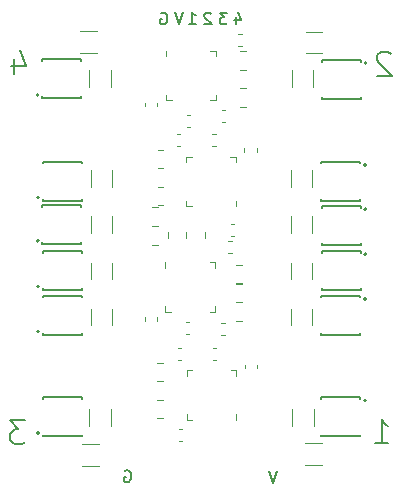
<source format=gbr>
%TF.GenerationSoftware,KiCad,Pcbnew,7.0.2*%
%TF.CreationDate,2023-05-24T20:20:14+03:00*%
%TF.ProjectId,Slimmeri_GD32,536c696d-6d65-4726-995f-474433322e6b,rev?*%
%TF.SameCoordinates,Original*%
%TF.FileFunction,Legend,Bot*%
%TF.FilePolarity,Positive*%
%FSLAX46Y46*%
G04 Gerber Fmt 4.6, Leading zero omitted, Abs format (unit mm)*
G04 Created by KiCad (PCBNEW 7.0.2) date 2023-05-24 20:20:14*
%MOMM*%
%LPD*%
G01*
G04 APERTURE LIST*
%ADD10C,0.150000*%
%ADD11C,0.120000*%
%ADD12C,0.200000*%
%ADD13C,0.127000*%
G04 APERTURE END LIST*
D10*
X119666666Y-58971904D02*
X119666666Y-60305238D01*
X120142857Y-58210000D02*
X120619047Y-59638571D01*
X120619047Y-59638571D02*
X119380952Y-59638571D01*
X150176190Y-91505238D02*
X151319047Y-91505238D01*
X150747619Y-91505238D02*
X150747619Y-89505238D01*
X150747619Y-89505238D02*
X150938095Y-89790952D01*
X150938095Y-89790952D02*
X151128571Y-89981428D01*
X151128571Y-89981428D02*
X151319047Y-90076666D01*
X151519047Y-58595714D02*
X151423809Y-58500476D01*
X151423809Y-58500476D02*
X151233333Y-58405238D01*
X151233333Y-58405238D02*
X150757142Y-58405238D01*
X150757142Y-58405238D02*
X150566666Y-58500476D01*
X150566666Y-58500476D02*
X150471428Y-58595714D01*
X150471428Y-58595714D02*
X150376190Y-58786190D01*
X150376190Y-58786190D02*
X150376190Y-58976666D01*
X150376190Y-58976666D02*
X150471428Y-59262380D01*
X150471428Y-59262380D02*
X151614285Y-60405238D01*
X151614285Y-60405238D02*
X150376190Y-60405238D01*
X120564285Y-89605238D02*
X119326190Y-89605238D01*
X119326190Y-89605238D02*
X119992857Y-90367142D01*
X119992857Y-90367142D02*
X119707142Y-90367142D01*
X119707142Y-90367142D02*
X119516666Y-90462380D01*
X119516666Y-90462380D02*
X119421428Y-90557619D01*
X119421428Y-90557619D02*
X119326190Y-90748095D01*
X119326190Y-90748095D02*
X119326190Y-91224285D01*
X119326190Y-91224285D02*
X119421428Y-91414761D01*
X119421428Y-91414761D02*
X119516666Y-91510000D01*
X119516666Y-91510000D02*
X119707142Y-91605238D01*
X119707142Y-91605238D02*
X120278571Y-91605238D01*
X120278571Y-91605238D02*
X120469047Y-91510000D01*
X120469047Y-91510000D02*
X120564285Y-91414761D01*
X128988095Y-93875238D02*
X129083333Y-93827619D01*
X129083333Y-93827619D02*
X129226190Y-93827619D01*
X129226190Y-93827619D02*
X129369047Y-93875238D01*
X129369047Y-93875238D02*
X129464285Y-93970476D01*
X129464285Y-93970476D02*
X129511904Y-94065714D01*
X129511904Y-94065714D02*
X129559523Y-94256190D01*
X129559523Y-94256190D02*
X129559523Y-94399047D01*
X129559523Y-94399047D02*
X129511904Y-94589523D01*
X129511904Y-94589523D02*
X129464285Y-94684761D01*
X129464285Y-94684761D02*
X129369047Y-94780000D01*
X129369047Y-94780000D02*
X129226190Y-94827619D01*
X129226190Y-94827619D02*
X129130952Y-94827619D01*
X129130952Y-94827619D02*
X128988095Y-94780000D01*
X128988095Y-94780000D02*
X128940476Y-94732380D01*
X128940476Y-94732380D02*
X128940476Y-94399047D01*
X128940476Y-94399047D02*
X129130952Y-94399047D01*
X141904761Y-93927619D02*
X141571428Y-94927619D01*
X141571428Y-94927619D02*
X141238095Y-93927619D01*
X138383333Y-55410952D02*
X138383333Y-56077619D01*
X138621428Y-55030000D02*
X138859523Y-55744285D01*
X138859523Y-55744285D02*
X138240476Y-55744285D01*
X137657142Y-55077619D02*
X137038095Y-55077619D01*
X137038095Y-55077619D02*
X137371428Y-55458571D01*
X137371428Y-55458571D02*
X137228571Y-55458571D01*
X137228571Y-55458571D02*
X137133333Y-55506190D01*
X137133333Y-55506190D02*
X137085714Y-55553809D01*
X137085714Y-55553809D02*
X137038095Y-55649047D01*
X137038095Y-55649047D02*
X137038095Y-55887142D01*
X137038095Y-55887142D02*
X137085714Y-55982380D01*
X137085714Y-55982380D02*
X137133333Y-56030000D01*
X137133333Y-56030000D02*
X137228571Y-56077619D01*
X137228571Y-56077619D02*
X137514285Y-56077619D01*
X137514285Y-56077619D02*
X137609523Y-56030000D01*
X137609523Y-56030000D02*
X137657142Y-55982380D01*
X136309523Y-55172857D02*
X136261904Y-55125238D01*
X136261904Y-55125238D02*
X136166666Y-55077619D01*
X136166666Y-55077619D02*
X135928571Y-55077619D01*
X135928571Y-55077619D02*
X135833333Y-55125238D01*
X135833333Y-55125238D02*
X135785714Y-55172857D01*
X135785714Y-55172857D02*
X135738095Y-55268095D01*
X135738095Y-55268095D02*
X135738095Y-55363333D01*
X135738095Y-55363333D02*
X135785714Y-55506190D01*
X135785714Y-55506190D02*
X136357142Y-56077619D01*
X136357142Y-56077619D02*
X135738095Y-56077619D01*
X134438095Y-56027619D02*
X135009523Y-56027619D01*
X134723809Y-56027619D02*
X134723809Y-55027619D01*
X134723809Y-55027619D02*
X134819047Y-55170476D01*
X134819047Y-55170476D02*
X134914285Y-55265714D01*
X134914285Y-55265714D02*
X135009523Y-55313333D01*
X133954761Y-55027619D02*
X133621428Y-56027619D01*
X133621428Y-56027619D02*
X133288095Y-55027619D01*
X132038095Y-55125238D02*
X132133333Y-55077619D01*
X132133333Y-55077619D02*
X132276190Y-55077619D01*
X132276190Y-55077619D02*
X132419047Y-55125238D01*
X132419047Y-55125238D02*
X132514285Y-55220476D01*
X132514285Y-55220476D02*
X132561904Y-55315714D01*
X132561904Y-55315714D02*
X132609523Y-55506190D01*
X132609523Y-55506190D02*
X132609523Y-55649047D01*
X132609523Y-55649047D02*
X132561904Y-55839523D01*
X132561904Y-55839523D02*
X132514285Y-55934761D01*
X132514285Y-55934761D02*
X132419047Y-56030000D01*
X132419047Y-56030000D02*
X132276190Y-56077619D01*
X132276190Y-56077619D02*
X132180952Y-56077619D01*
X132180952Y-56077619D02*
X132038095Y-56030000D01*
X132038095Y-56030000D02*
X131990476Y-55982380D01*
X131990476Y-55982380D02*
X131990476Y-55649047D01*
X131990476Y-55649047D02*
X132180952Y-55649047D01*
D11*
%TO.C,RN16*%
X131350000Y-74730000D02*
X131850000Y-74730000D01*
X131350000Y-73170000D02*
X131850000Y-73170000D01*
%TO.C,RN15*%
X131350000Y-73130000D02*
X131850000Y-73130000D01*
X131350000Y-71570000D02*
X131850000Y-71570000D01*
%TO.C,RN13*%
X135780000Y-74175000D02*
X135780000Y-73675000D01*
X134220000Y-74175000D02*
X134220000Y-73675000D01*
%TO.C,RN12*%
X134205000Y-74175000D02*
X134205000Y-73675000D01*
X132645000Y-74175000D02*
X132645000Y-73675000D01*
%TO.C,RN17*%
X138750000Y-63055000D02*
X139250000Y-63055000D01*
X138750000Y-61495000D02*
X139250000Y-61495000D01*
%TO.C,C12*%
X136409420Y-66385000D02*
X136690580Y-66385000D01*
X136409420Y-65365000D02*
X136690580Y-65365000D01*
%TO.C,C45*%
X144885000Y-77661252D02*
X144885000Y-76238748D01*
X143065000Y-77661252D02*
X143065000Y-76238748D01*
%TO.C,RN11*%
X132275000Y-71405000D02*
X131775000Y-71405000D01*
X132275000Y-69845000D02*
X131775000Y-69845000D01*
%TO.C,C11*%
X133865580Y-90315000D02*
X133584420Y-90315000D01*
X133865580Y-91335000D02*
X133584420Y-91335000D01*
D12*
%TO.C,Q15*%
X149437500Y-67975000D02*
G75*
G03*
X149437500Y-67975000I-100000J0D01*
G01*
D13*
X145637500Y-71000000D02*
X148937500Y-71000000D01*
X148937500Y-71000000D02*
X148937500Y-70855000D01*
X145637500Y-70855000D02*
X145637500Y-71000000D01*
X148937500Y-67845000D02*
X148937500Y-67700000D01*
X145637500Y-67700000D02*
X145637500Y-67845000D01*
X148937500Y-67700000D02*
X145637500Y-67700000D01*
D11*
%TO.C,C26*%
X131709503Y-81165580D02*
X131709503Y-80884420D01*
X130689503Y-81165580D02*
X130689503Y-80884420D01*
%TO.C,C21*%
X137515580Y-63315000D02*
X137234420Y-63315000D01*
X137515580Y-64335000D02*
X137234420Y-64335000D01*
%TO.C,U2*%
X138460000Y-85340000D02*
X137985000Y-85340000D01*
X134240000Y-85340000D02*
X134715000Y-85340000D01*
X138460000Y-85815000D02*
X138460000Y-85340000D01*
X134240000Y-85815000D02*
X134240000Y-85340000D01*
X138460000Y-89085000D02*
X138460000Y-89560000D01*
X134240000Y-89085000D02*
X134240000Y-89560000D01*
X134240000Y-89560000D02*
X134715000Y-89560000D01*
%TO.C,U8*%
X132440000Y-80435000D02*
X132915000Y-80435000D01*
X136660000Y-80435000D02*
X136185000Y-80435000D01*
X132440000Y-79960000D02*
X132440000Y-80435000D01*
X136660000Y-79960000D02*
X136660000Y-80435000D01*
X132440000Y-76690000D02*
X132440000Y-76215000D01*
X136660000Y-76690000D02*
X136660000Y-76215000D01*
X136660000Y-76215000D02*
X136185000Y-76215000D01*
%TO.C,RN3*%
X132200000Y-89430000D02*
X131700000Y-89430000D01*
X132200000Y-87870000D02*
X131700000Y-87870000D01*
%TO.C,C28*%
X137465083Y-81390000D02*
X137183923Y-81390000D01*
X137465083Y-82410000D02*
X137183923Y-82410000D01*
D12*
%TO.C,Q21*%
X149450000Y-79325000D02*
G75*
G03*
X149450000Y-79325000I-100000J0D01*
G01*
D13*
X145650000Y-82350000D02*
X148950000Y-82350000D01*
X148950000Y-82350000D02*
X148950000Y-82205000D01*
X145650000Y-82205000D02*
X145650000Y-82350000D01*
X148950000Y-79195000D02*
X148950000Y-79050000D01*
X145650000Y-79050000D02*
X145650000Y-79195000D01*
X148950000Y-79050000D02*
X145650000Y-79050000D01*
D12*
%TO.C,Q23*%
X149462500Y-75525000D02*
G75*
G03*
X149462500Y-75525000I-100000J0D01*
G01*
D13*
X145662500Y-78550000D02*
X148962500Y-78550000D01*
X148962500Y-78550000D02*
X148962500Y-78405000D01*
X145662500Y-78405000D02*
X145662500Y-78550000D01*
X148962500Y-75395000D02*
X148962500Y-75250000D01*
X145662500Y-75250000D02*
X145662500Y-75395000D01*
X148962500Y-75250000D02*
X145662500Y-75250000D01*
D11*
%TO.C,C37*%
X125238748Y-58460000D02*
X126661252Y-58460000D01*
X125238748Y-56640000D02*
X126661252Y-56640000D01*
%TO.C,C67*%
X125363748Y-93435000D02*
X126786252Y-93435000D01*
X125363748Y-91615000D02*
X126786252Y-91615000D01*
D12*
%TO.C,Q13*%
X149462500Y-71725000D02*
G75*
G03*
X149462500Y-71725000I-100000J0D01*
G01*
D13*
X145662500Y-74750000D02*
X148962500Y-74750000D01*
X148962500Y-74750000D02*
X148962500Y-74605000D01*
X145662500Y-74605000D02*
X145662500Y-74750000D01*
X148962500Y-71595000D02*
X148962500Y-71450000D01*
X145662500Y-71450000D02*
X145662500Y-71595000D01*
X148962500Y-71450000D02*
X145662500Y-71450000D01*
D12*
%TO.C,Q3*%
X121750000Y-82075000D02*
G75*
G03*
X121750000Y-82075000I-100000J0D01*
G01*
D13*
X125350000Y-79050000D02*
X122050000Y-79050000D01*
X122050000Y-79050000D02*
X122050000Y-79195000D01*
X125350000Y-79195000D02*
X125350000Y-79050000D01*
X122050000Y-82205000D02*
X122050000Y-82350000D01*
X125350000Y-82350000D02*
X125350000Y-82205000D01*
X122050000Y-82350000D02*
X125350000Y-82350000D01*
D11*
%TO.C,C24*%
X137759420Y-75460000D02*
X138040580Y-75460000D01*
X137759420Y-74440000D02*
X138040580Y-74440000D01*
%TO.C,C65*%
X125990000Y-88613748D02*
X125990000Y-90036252D01*
X127810000Y-88613748D02*
X127810000Y-90036252D01*
%TO.C,C61*%
X126115000Y-72338748D02*
X126115000Y-73761252D01*
X127935000Y-72338748D02*
X127935000Y-73761252D01*
%TO.C,C69*%
X144960000Y-61361252D02*
X144960000Y-59938748D01*
X143140000Y-61361252D02*
X143140000Y-59938748D01*
D12*
%TO.C,Q11*%
X121737500Y-74400000D02*
G75*
G03*
X121737500Y-74400000I-100000J0D01*
G01*
D13*
X125337500Y-71375000D02*
X122037500Y-71375000D01*
X122037500Y-71375000D02*
X122037500Y-71520000D01*
X125337500Y-71520000D02*
X125337500Y-71375000D01*
X122037500Y-74530000D02*
X122037500Y-74675000D01*
X125337500Y-74675000D02*
X125337500Y-74530000D01*
X122037500Y-74675000D02*
X125337500Y-74675000D01*
D11*
%TO.C,C60*%
X126115000Y-80138748D02*
X126115000Y-81561252D01*
X127935000Y-80138748D02*
X127935000Y-81561252D01*
%TO.C,C54*%
X143165000Y-88613748D02*
X143165000Y-90036252D01*
X144985000Y-88613748D02*
X144985000Y-90036252D01*
D12*
%TO.C,Q9*%
X121750000Y-70725000D02*
G75*
G03*
X121750000Y-70725000I-100000J0D01*
G01*
D13*
X125350000Y-67700000D02*
X122050000Y-67700000D01*
X122050000Y-67700000D02*
X122050000Y-67845000D01*
X125350000Y-67845000D02*
X125350000Y-67700000D01*
X122050000Y-70855000D02*
X122050000Y-71000000D01*
X125350000Y-71000000D02*
X125350000Y-70855000D01*
X122050000Y-71000000D02*
X125350000Y-71000000D01*
D11*
%TO.C,C3*%
X139190000Y-84909420D02*
X139190000Y-85190580D01*
X140210000Y-84909420D02*
X140210000Y-85190580D01*
%TO.C,C20*%
X134540580Y-63765000D02*
X134259420Y-63765000D01*
X134540580Y-64785000D02*
X134259420Y-64785000D01*
%TO.C,RN25*%
X138424503Y-79595000D02*
X138924503Y-79595000D01*
X138424503Y-81155000D02*
X138924503Y-81155000D01*
%TO.C,RN10*%
X132275000Y-69830000D02*
X131775000Y-69830000D01*
X132275000Y-68270000D02*
X131775000Y-68270000D01*
%TO.C,C2*%
X136459420Y-84510000D02*
X136740580Y-84510000D01*
X136459420Y-83490000D02*
X136740580Y-83490000D01*
%TO.C,C62*%
X127935000Y-69861252D02*
X127935000Y-68438748D01*
X126115000Y-69861252D02*
X126115000Y-68438748D01*
%TO.C,C10*%
X133484420Y-84485000D02*
X133765580Y-84485000D01*
X133484420Y-83465000D02*
X133765580Y-83465000D01*
D12*
%TO.C,Q2*%
X121750000Y-78275000D02*
G75*
G03*
X121750000Y-78275000I-100000J0D01*
G01*
D13*
X125350000Y-75250000D02*
X122050000Y-75250000D01*
X122050000Y-75250000D02*
X122050000Y-75395000D01*
X125350000Y-75395000D02*
X125350000Y-75250000D01*
X122050000Y-78405000D02*
X122050000Y-78550000D01*
X125350000Y-78550000D02*
X125350000Y-78405000D01*
X122050000Y-78550000D02*
X125350000Y-78550000D01*
D11*
%TO.C,RN9*%
X132275000Y-68255000D02*
X131775000Y-68255000D01*
X132275000Y-66695000D02*
X131775000Y-66695000D01*
D12*
%TO.C,Q5*%
X121750000Y-90675000D02*
G75*
G03*
X121750000Y-90675000I-100000J0D01*
G01*
D13*
X125350000Y-87650000D02*
X122050000Y-87650000D01*
X122050000Y-87650000D02*
X122050000Y-87795000D01*
X125350000Y-87795000D02*
X125350000Y-87650000D01*
X122050000Y-90805000D02*
X122050000Y-90950000D01*
X125350000Y-90950000D02*
X125350000Y-90805000D01*
X122050000Y-90950000D02*
X125350000Y-90950000D01*
D11*
%TO.C,C19*%
X131760000Y-62990580D02*
X131760000Y-62709420D01*
X130740000Y-62990580D02*
X130740000Y-62709420D01*
%TO.C,C9*%
X139140000Y-66559420D02*
X139140000Y-66840580D01*
X140160000Y-66559420D02*
X140160000Y-66840580D01*
%TO.C,C27*%
X134465083Y-81265000D02*
X134183923Y-81265000D01*
X134465083Y-82285000D02*
X134183923Y-82285000D01*
%TO.C,C39*%
X127835000Y-61386252D02*
X127835000Y-59963748D01*
X126015000Y-61386252D02*
X126015000Y-59963748D01*
%TO.C,C14*%
X133409420Y-66385000D02*
X133690580Y-66385000D01*
X133409420Y-65365000D02*
X133690580Y-65365000D01*
%TO.C,C7*%
X138009420Y-73985000D02*
X138290580Y-73985000D01*
X138009420Y-72965000D02*
X138290580Y-72965000D01*
%TO.C,RN18*%
X138750000Y-59920000D02*
X139250000Y-59920000D01*
X138750000Y-61480000D02*
X139250000Y-61480000D01*
%TO.C,C59*%
X127935000Y-77661252D02*
X127935000Y-76238748D01*
X126115000Y-77661252D02*
X126115000Y-76238748D01*
%TO.C,RN2*%
X132200000Y-87855000D02*
X131700000Y-87855000D01*
X132200000Y-86295000D02*
X131700000Y-86295000D01*
%TO.C,RN27*%
X138424503Y-76445000D02*
X138924503Y-76445000D01*
X138424503Y-78005000D02*
X138924503Y-78005000D01*
%TO.C,RN26*%
X138424503Y-78020000D02*
X138924503Y-78020000D01*
X138424503Y-79580000D02*
X138924503Y-79580000D01*
%TO.C,C70*%
X145736252Y-56690000D02*
X144313748Y-56690000D01*
X145736252Y-58510000D02*
X144313748Y-58510000D01*
%TO.C,U6*%
X132515000Y-62510000D02*
X132990000Y-62510000D01*
X136735000Y-62510000D02*
X136260000Y-62510000D01*
X132515000Y-62035000D02*
X132515000Y-62510000D01*
X136735000Y-62035000D02*
X136735000Y-62510000D01*
X132515000Y-58765000D02*
X132515000Y-58290000D01*
X136735000Y-58765000D02*
X136735000Y-58290000D01*
X136735000Y-58290000D02*
X136260000Y-58290000D01*
D12*
%TO.C,Q19*%
X149437500Y-87925000D02*
G75*
G03*
X149437500Y-87925000I-100000J0D01*
G01*
D13*
X145637500Y-90950000D02*
X148937500Y-90950000D01*
X148937500Y-90950000D02*
X148937500Y-90805000D01*
X145637500Y-90805000D02*
X145637500Y-90950000D01*
X148937500Y-87795000D02*
X148937500Y-87650000D01*
X145637500Y-87650000D02*
X145637500Y-87795000D01*
X148937500Y-87650000D02*
X145637500Y-87650000D01*
D11*
%TO.C,RN1*%
X132200000Y-86280000D02*
X131700000Y-86280000D01*
X132200000Y-84720000D02*
X131700000Y-84720000D01*
%TO.C,RN19*%
X138750000Y-58345000D02*
X139250000Y-58345000D01*
X138750000Y-59905000D02*
X139250000Y-59905000D01*
D12*
%TO.C,Q17*%
X149487500Y-59350000D02*
G75*
G03*
X149487500Y-59350000I-100000J0D01*
G01*
D13*
X145687500Y-62375000D02*
X148987500Y-62375000D01*
X148987500Y-62375000D02*
X148987500Y-62230000D01*
X145687500Y-62230000D02*
X145687500Y-62375000D01*
X148987500Y-59220000D02*
X148987500Y-59075000D01*
X145687500Y-59075000D02*
X145687500Y-59220000D01*
X148987500Y-59075000D02*
X145687500Y-59075000D01*
D11*
%TO.C,C47*%
X144885000Y-69861252D02*
X144885000Y-68438748D01*
X143065000Y-69861252D02*
X143065000Y-68438748D01*
%TO.C,C66*%
X145711252Y-91540000D02*
X144288748Y-91540000D01*
X145711252Y-93360000D02*
X144288748Y-93360000D01*
%TO.C,U4*%
X138410000Y-67265000D02*
X137935000Y-67265000D01*
X134190000Y-67265000D02*
X134665000Y-67265000D01*
X138410000Y-67740000D02*
X138410000Y-67265000D01*
X134190000Y-67740000D02*
X134190000Y-67265000D01*
X138410000Y-71010000D02*
X138410000Y-71485000D01*
X134190000Y-71010000D02*
X134190000Y-71485000D01*
X134190000Y-71485000D02*
X134665000Y-71485000D01*
%TO.C,C46*%
X143065000Y-72338748D02*
X143065000Y-73761252D01*
X144885000Y-72338748D02*
X144885000Y-73761252D01*
%TO.C,C17*%
X138609420Y-57935000D02*
X138890580Y-57935000D01*
X138609420Y-56915000D02*
X138890580Y-56915000D01*
%TO.C,C44*%
X143065000Y-80138748D02*
X143065000Y-81561252D01*
X144885000Y-80138748D02*
X144885000Y-81561252D01*
D12*
%TO.C,Q7*%
X121725000Y-62050000D02*
G75*
G03*
X121725000Y-62050000I-100000J0D01*
G01*
D13*
X125325000Y-59025000D02*
X122025000Y-59025000D01*
X122025000Y-59025000D02*
X122025000Y-59170000D01*
X125325000Y-59170000D02*
X125325000Y-59025000D01*
X122025000Y-62180000D02*
X122025000Y-62325000D01*
X125325000Y-62325000D02*
X125325000Y-62180000D01*
X122025000Y-62325000D02*
X125325000Y-62325000D01*
%TD*%
M02*

</source>
